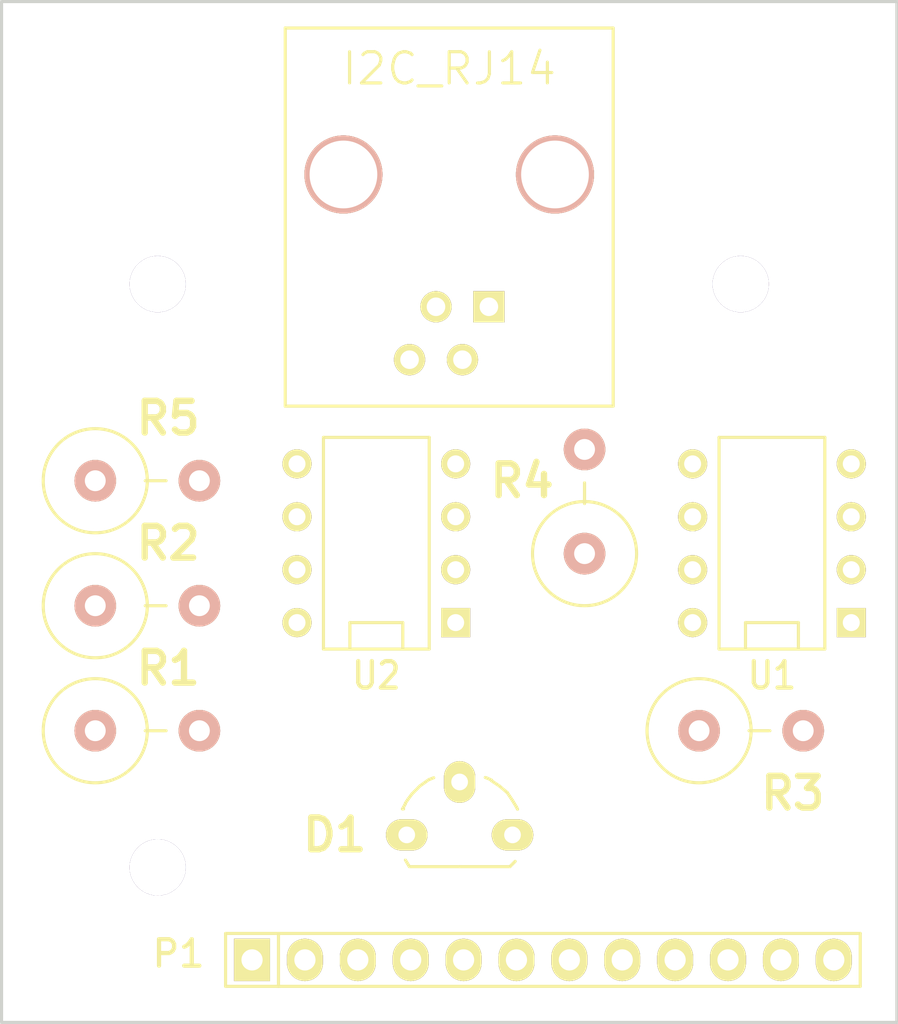
<source format=kicad_pcb>
(kicad_pcb (version 4) (host pcbnew "(2014-11-24 BZR 5301)-product")

  (general
    (links 26)
    (no_connects 26)
    (area 31.86523 49.924999 111.33289 131.454001)
    (thickness 1.6)
    (drawings 4)
    (tracks 0)
    (zones 0)
    (modules 13)
    (nets 20)
  )

  (page A4)
  (title_block
    (title "I2C Weight Scale")
    (rev 0.1.0)
    (company "Simon Lundmark")
  )

  (layers
    (0 F.Cu signal)
    (31 B.Cu signal)
    (32 B.Adhes user)
    (33 F.Adhes user)
    (34 B.Paste user)
    (35 F.Paste user)
    (36 B.SilkS user)
    (37 F.SilkS user)
    (38 B.Mask user)
    (39 F.Mask user)
    (40 Dwgs.User user)
    (41 Cmts.User user)
    (42 Eco1.User user)
    (43 Eco2.User user)
    (44 Edge.Cuts user)
    (45 Margin user)
    (46 B.CrtYd user)
    (47 F.CrtYd user)
    (48 B.Fab user)
    (49 F.Fab user)
  )

  (setup
    (last_trace_width 0.254)
    (trace_clearance 0.254)
    (zone_clearance 0.508)
    (zone_45_only no)
    (trace_min 0.254)
    (segment_width 0.2)
    (edge_width 0.15)
    (via_size 0.889)
    (via_drill 0.635)
    (via_min_size 0.889)
    (via_min_drill 0.508)
    (uvia_size 0.508)
    (uvia_drill 0.127)
    (uvias_allowed no)
    (uvia_min_size 0.508)
    (uvia_min_drill 0.127)
    (pcb_text_width 0.3)
    (pcb_text_size 1.5 1.5)
    (mod_edge_width 0.15)
    (mod_text_size 1.5 1.5)
    (mod_text_width 0.15)
    (pad_size 1.5 1.5)
    (pad_drill 0.89)
    (pad_to_mask_clearance 0.2)
    (aux_axis_origin 0 0)
    (visible_elements FFFFFF7F)
    (pcbplotparams
      (layerselection 0x00030_80000001)
      (usegerberextensions false)
      (excludeedgelayer true)
      (linewidth 0.150000)
      (plotframeref false)
      (viasonmask false)
      (mode 1)
      (useauxorigin false)
      (hpglpennumber 1)
      (hpglpenspeed 20)
      (hpglpendiameter 15)
      (hpglpenoverlay 2)
      (psnegative false)
      (psa4output false)
      (plotreference true)
      (plotvalue true)
      (plotinvisibletext false)
      (padsonsilk false)
      (subtractmaskfromsilk false)
      (outputformat 1)
      (mirror false)
      (drillshape 1)
      (scaleselection 1)
      (outputdirectory ""))
  )

  (net 0 "")
  (net 1 "Net-(D1-Pad2)")
  (net 2 "Net-(D1-Pad1)")
  (net 3 GND)
  (net 4 "Net-(J1-Pad4)")
  (net 5 "Net-(J1-Pad3)")
  (net 6 VDD)
  (net 7 "Net-(P1-Pad1)")
  (net 8 "Net-(P1-Pad3)")
  (net 9 "Net-(P1-Pad4)")
  (net 10 "Net-(P1-Pad5)")
  (net 11 "Net-(P1-Pad12)")
  (net 12 "Net-(P1-Pad11)")
  (net 13 "Net-(R1-Pad1)")
  (net 14 "Net-(R3-Pad1)")
  (net 15 "Net-(R3-Pad2)")
  (net 16 "Net-(R4-Pad1)")
  (net 17 "Net-(R5-Pad1)")
  (net 18 "Net-(U2-Pad2)")
  (net 19 "Net-(U2-Pad7)")

  (net_class Default "This is the default net class."
    (clearance 0.254)
    (trace_width 0.254)
    (via_dia 0.889)
    (via_drill 0.635)
    (uvia_dia 0.508)
    (uvia_drill 0.127)
    (add_net GND)
    (add_net "Net-(D1-Pad1)")
    (add_net "Net-(D1-Pad2)")
    (add_net "Net-(J1-Pad3)")
    (add_net "Net-(J1-Pad4)")
    (add_net "Net-(P1-Pad1)")
    (add_net "Net-(P1-Pad11)")
    (add_net "Net-(P1-Pad12)")
    (add_net "Net-(P1-Pad3)")
    (add_net "Net-(P1-Pad4)")
    (add_net "Net-(P1-Pad5)")
    (add_net "Net-(R1-Pad1)")
    (add_net "Net-(R3-Pad1)")
    (add_net "Net-(R3-Pad2)")
    (add_net "Net-(R4-Pad1)")
    (add_net "Net-(R5-Pad1)")
    (add_net "Net-(U2-Pad2)")
    (add_net "Net-(U2-Pad7)")
    (add_net VDD)
  )

  (module Housings_TO-92:TO-92-Free-molded-wide-oval (layer F.Cu) (tedit 548497C0) (tstamp 54848696)
    (at 72 90 90)
    (descr "TO-92 allgemein free molded wide oval drill 0,8mm")
    (tags "TO-92 allgemein free molded wide oval drill 0,8mm")
    (path /547BA8E5)
    (fp_text reference D1 (at 0 -6 180) (layer F.SilkS)
      (effects (font (thickness 0.3048)))
    )
    (fp_text value LM336 (at 2 5 90) (layer F.SilkS) hide
      (effects (font (thickness 0.3048)))
    )
    (fp_line (start -1.524 2.413) (end -1.27 2.667) (layer F.SilkS) (width 0.15))
    (fp_line (start 1.3589 2.7178) (end 1.2319 2.7813) (layer F.SilkS) (width 0.15))
    (fp_line (start 1.4986 -2.6035) (end 1.2446 -2.7432) (layer F.SilkS) (width 0.15))
    (fp_line (start 1.2446 -2.7432) (end 1.2446 -2.6924) (layer F.SilkS) (width 0.15))
    (fp_line (start 2.6289 1.5367) (end 2.7305 1.3081) (layer F.SilkS) (width 0.15))
    (fp_line (start 2.7305 1.3081) (end 2.7559 1.2319) (layer F.SilkS) (width 0.15))
    (fp_line (start 2.6543 -1.4605) (end 2.7432 -1.2446) (layer F.SilkS) (width 0.15))
    (fp_line (start 2.6035 1.524) (end 2.3495 1.905) (layer F.SilkS) (width 0.15))
    (fp_line (start 2.3495 1.905) (end 2.032 2.286) (layer F.SilkS) (width 0.15))
    (fp_line (start 2.032 2.286) (end 1.651 2.54) (layer F.SilkS) (width 0.15))
    (fp_line (start 1.651 2.54) (end 1.3335 2.7305) (layer F.SilkS) (width 0.15))
    (fp_line (start -1.524 -2.413) (end -1.2065 -2.6035) (layer F.SilkS) (width 0.15))
    (fp_line (start 1.524 -2.6035) (end 1.7145 -2.4765) (layer F.SilkS) (width 0.15))
    (fp_line (start 1.7145 -2.4765) (end 1.9685 -2.286) (layer F.SilkS) (width 0.15))
    (fp_line (start 1.9685 -2.286) (end 2.3495 -1.905) (layer F.SilkS) (width 0.15))
    (fp_line (start 2.3495 -1.905) (end 2.667 -1.4605) (layer F.SilkS) (width 0.15))
    (fp_line (start -1.524 0) (end -1.524 2.413) (layer F.SilkS) (width 0.15))
    (fp_line (start -1.524 0) (end -1.524 -2.413) (layer F.SilkS) (width 0.15))
    (pad 2 thru_hole oval (at 2.54 0 90) (size 1.99898 1.50114) (drill 0.8001) (layers *.Cu *.Mask F.SilkS)
      (net 1 "Net-(D1-Pad2)"))
    (pad 1 thru_hole oval (at 0 -2.54 90) (size 1.50114 1.99898) (drill 0.8001) (layers *.Cu *.Mask F.SilkS)
      (net 2 "Net-(D1-Pad1)"))
    (pad 3 thru_hole oval (at 0 2.54 90) (size 1.50114 1.99898) (drill 0.8001) (layers *.Cu *.Mask F.SilkS)
      (net 3 GND))
  )

  (module Pin_Headers:Pin_Header_Straight_1x12 (layer F.Cu) (tedit 548497CA) (tstamp 548486B4)
    (at 76 96)
    (descr "Through hole pin header")
    (tags "pin header")
    (path /547B5E77)
    (fp_text reference P1 (at -17.5 -0.3) (layer F.SilkS)
      (effects (font (size 1.27 1.27) (thickness 0.2032)))
    )
    (fp_text value 4_STRAIN_GAUGES (at 0 0) (layer F.SilkS) hide
      (effects (font (size 1.27 1.27) (thickness 0.2032)))
    )
    (fp_line (start -12.7 -1.27) (end 15.24 -1.27) (layer F.SilkS) (width 0.15))
    (fp_line (start 15.24 -1.27) (end 15.24 1.27) (layer F.SilkS) (width 0.15))
    (fp_line (start 15.24 1.27) (end -12.7 1.27) (layer F.SilkS) (width 0.15))
    (fp_line (start -15.24 -1.27) (end -12.7 -1.27) (layer F.SilkS) (width 0.15))
    (fp_line (start -12.7 -1.27) (end -12.7 1.27) (layer F.SilkS) (width 0.15))
    (fp_line (start -15.24 -1.27) (end -15.24 1.27) (layer F.SilkS) (width 0.15))
    (fp_line (start -15.24 1.27) (end -12.7 1.27) (layer F.SilkS) (width 0.15))
    (pad 1 thru_hole rect (at -13.97 0) (size 1.7272 2.032) (drill 1.016) (layers *.Cu *.Mask F.SilkS)
      (net 7 "Net-(P1-Pad1)"))
    (pad 2 thru_hole oval (at -11.43 0) (size 1.7272 2.032) (drill 1.016) (layers *.Cu *.Mask F.SilkS)
      (net 1 "Net-(D1-Pad2)"))
    (pad 3 thru_hole oval (at -8.89 0) (size 1.7272 2.032) (drill 1.016) (layers *.Cu *.Mask F.SilkS)
      (net 8 "Net-(P1-Pad3)"))
    (pad 4 thru_hole oval (at -6.35 0) (size 1.7272 2.032) (drill 1.016) (layers *.Cu *.Mask F.SilkS)
      (net 9 "Net-(P1-Pad4)"))
    (pad 5 thru_hole oval (at -3.81 0) (size 1.7272 2.032) (drill 1.016) (layers *.Cu *.Mask F.SilkS)
      (net 10 "Net-(P1-Pad5)"))
    (pad 6 thru_hole oval (at -1.27 0) (size 1.7272 2.032) (drill 1.016) (layers *.Cu *.Mask F.SilkS)
      (net 8 "Net-(P1-Pad3)"))
    (pad 7 thru_hole oval (at 1.27 0) (size 1.7272 2.032) (drill 1.016) (layers *.Cu *.Mask F.SilkS)
      (net 9 "Net-(P1-Pad4)"))
    (pad 8 thru_hole oval (at 3.81 0) (size 1.7272 2.032) (drill 1.016) (layers *.Cu *.Mask F.SilkS)
      (net 3 GND))
    (pad 9 thru_hole oval (at 6.35 0) (size 1.7272 2.032) (drill 1.016) (layers *.Cu *.Mask F.SilkS)
      (net 11 "Net-(P1-Pad12)"))
    (pad 10 thru_hole oval (at 8.89 0) (size 1.7272 2.032) (drill 1.016) (layers *.Cu *.Mask F.SilkS)
      (net 7 "Net-(P1-Pad1)"))
    (pad 11 thru_hole oval (at 11.43 0) (size 1.7272 2.032) (drill 1.016) (layers *.Cu *.Mask F.SilkS)
      (net 12 "Net-(P1-Pad11)"))
    (pad 12 thru_hole oval (at 13.97 0) (size 1.7272 2.032) (drill 1.016) (layers *.Cu *.Mask F.SilkS)
      (net 11 "Net-(P1-Pad12)"))
    (model Pin_Headers/Pin_Header_Straight_1x12.wrl
      (at (xyz 0 0 0))
      (scale (xyz 1 1 1))
      (rotate (xyz 0 0 0))
    )
  )

  (module Resistors_ThroughHole:Resistor_Vertical_RM5mm (layer F.Cu) (tedit 5484979B) (tstamp 548486BA)
    (at 57 85)
    (descr "Resistor, Vertical, RM 5mm, 1/3W,")
    (tags "Resistor, Vertical, RM 5mm, 1/3W,")
    (path /547BAA9F)
    (fp_text reference R1 (at 1 -3) (layer F.SilkS)
      (effects (font (thickness 0.3048)))
    )
    (fp_text value 1K5 (at 0 4.50088) (layer F.SilkS) hide
      (effects (font (size 1.50114 1.50114) (thickness 0.20066)))
    )
    (fp_line (start -0.09906 0) (end 0.9017 0) (layer F.SilkS) (width 0.15))
    (fp_circle (center -2.49936 0) (end 0 0) (layer F.SilkS) (width 0.15))
    (pad 1 thru_hole circle (at -2.49936 0) (size 1.99898 1.99898) (drill 1.00076) (layers *.Cu *.SilkS *.Mask)
      (net 13 "Net-(R1-Pad1)"))
    (pad 2 thru_hole circle (at 2.5019 0) (size 1.99898 1.99898) (drill 1.00076) (layers *.Cu *.SilkS *.Mask)
      (net 1 "Net-(D1-Pad2)"))
  )

  (module Resistors_ThroughHole:Resistor_Vertical_RM5mm (layer F.Cu) (tedit 54849798) (tstamp 548486C0)
    (at 57 79)
    (descr "Resistor, Vertical, RM 5mm, 1/3W,")
    (tags "Resistor, Vertical, RM 5mm, 1/3W,")
    (path /547BAA17)
    (fp_text reference R2 (at 1 -3) (layer F.SilkS)
      (effects (font (thickness 0.3048)))
    )
    (fp_text value 1K (at 0 4.50088) (layer F.SilkS) hide
      (effects (font (size 1.50114 1.50114) (thickness 0.20066)))
    )
    (fp_line (start -0.09906 0) (end 0.9017 0) (layer F.SilkS) (width 0.15))
    (fp_circle (center -2.49936 0) (end 0 0) (layer F.SilkS) (width 0.15))
    (pad 1 thru_hole circle (at -2.49936 0) (size 1.99898 1.99898) (drill 1.00076) (layers *.Cu *.SilkS *.Mask)
      (net 6 VDD))
    (pad 2 thru_hole circle (at 2.5019 0) (size 1.99898 1.99898) (drill 1.00076) (layers *.Cu *.SilkS *.Mask)
      (net 13 "Net-(R1-Pad1)"))
  )

  (module Resistors_ThroughHole:Resistor_Vertical_RM5mm (layer F.Cu) (tedit 548498B6) (tstamp 548486C6)
    (at 86 85)
    (descr "Resistor, Vertical, RM 5mm, 1/3W,")
    (tags "Resistor, Vertical, RM 5mm, 1/3W,")
    (path /5480CF0C)
    (fp_text reference R3 (at 2 3) (layer F.SilkS)
      (effects (font (thickness 0.3048)))
    )
    (fp_text value 82 (at 0 4.50088) (layer F.SilkS) hide
      (effects (font (size 1.50114 1.50114) (thickness 0.20066)))
    )
    (fp_line (start -0.09906 0) (end 0.9017 0) (layer F.SilkS) (width 0.15))
    (fp_circle (center -2.49936 0) (end 0 0) (layer F.SilkS) (width 0.15))
    (pad 1 thru_hole circle (at -2.49936 0) (size 1.99898 1.99898) (drill 1.00076) (layers *.Cu *.SilkS *.Mask)
      (net 14 "Net-(R3-Pad1)"))
    (pad 2 thru_hole circle (at 2.5019 0) (size 1.99898 1.99898) (drill 1.00076) (layers *.Cu *.SilkS *.Mask)
      (net 15 "Net-(R3-Pad2)"))
  )

  (module Resistors_ThroughHole:Resistor_Vertical_RM5mm (layer F.Cu) (tedit 548497A6) (tstamp 548486CC)
    (at 78 74 90)
    (descr "Resistor, Vertical, RM 5mm, 1/3W,")
    (tags "Resistor, Vertical, RM 5mm, 1/3W,")
    (path /5480CFE5)
    (fp_text reference R4 (at 1 -3 180) (layer F.SilkS)
      (effects (font (thickness 0.3048)))
    )
    (fp_text value 1K (at 0 4.50088 90) (layer F.SilkS) hide
      (effects (font (size 1.50114 1.50114) (thickness 0.20066)))
    )
    (fp_line (start -0.09906 0) (end 0.9017 0) (layer F.SilkS) (width 0.15))
    (fp_circle (center -2.49936 0) (end 0 0) (layer F.SilkS) (width 0.15))
    (pad 1 thru_hole circle (at -2.49936 0 90) (size 1.99898 1.99898) (drill 1.00076) (layers *.Cu *.SilkS *.Mask)
      (net 16 "Net-(R4-Pad1)"))
    (pad 2 thru_hole circle (at 2.5019 0 90) (size 1.99898 1.99898) (drill 1.00076) (layers *.Cu *.SilkS *.Mask)
      (net 3 GND))
  )

  (module Resistors_ThroughHole:Resistor_Vertical_RM5mm (layer F.Cu) (tedit 54849795) (tstamp 548486D2)
    (at 57 73)
    (descr "Resistor, Vertical, RM 5mm, 1/3W,")
    (tags "Resistor, Vertical, RM 5mm, 1/3W,")
    (path /5480FBAB)
    (fp_text reference R5 (at 1 -3) (layer F.SilkS)
      (effects (font (thickness 0.3048)))
    )
    (fp_text value 10K (at 0 4.50088) (layer F.SilkS) hide
      (effects (font (size 1.50114 1.50114) (thickness 0.20066)))
    )
    (fp_line (start -0.09906 0) (end 0.9017 0) (layer F.SilkS) (width 0.15))
    (fp_circle (center -2.49936 0) (end 0 0) (layer F.SilkS) (width 0.15))
    (pad 1 thru_hole circle (at -2.49936 0) (size 1.99898 1.99898) (drill 1.00076) (layers *.Cu *.SilkS *.Mask)
      (net 17 "Net-(R5-Pad1)"))
    (pad 2 thru_hole circle (at 2.5019 0) (size 1.99898 1.99898) (drill 1.00076) (layers *.Cu *.SilkS *.Mask)
      (net 6 VDD))
  )

  (module Sockets_DIP:DIP-8__300 (layer F.Cu) (tedit 54849762) (tstamp 548486DE)
    (at 87 76 90)
    (descr "8 pins DIL package, round pads")
    (tags DIL)
    (path /5480C719)
    (fp_text reference U1 (at -6.35 0 180) (layer F.SilkS)
      (effects (font (size 1.27 1.143) (thickness 0.2032)))
    )
    (fp_text value INA126 (at 0 0 90) (layer F.SilkS) hide
      (effects (font (size 1.27 1.016) (thickness 0.2032)))
    )
    (fp_line (start -5.08 -1.27) (end -3.81 -1.27) (layer F.SilkS) (width 0.15))
    (fp_line (start -3.81 -1.27) (end -3.81 1.27) (layer F.SilkS) (width 0.15))
    (fp_line (start -3.81 1.27) (end -5.08 1.27) (layer F.SilkS) (width 0.15))
    (fp_line (start -5.08 -2.54) (end 5.08 -2.54) (layer F.SilkS) (width 0.15))
    (fp_line (start 5.08 -2.54) (end 5.08 2.54) (layer F.SilkS) (width 0.15))
    (fp_line (start 5.08 2.54) (end -5.08 2.54) (layer F.SilkS) (width 0.15))
    (fp_line (start -5.08 2.54) (end -5.08 -2.54) (layer F.SilkS) (width 0.15))
    (pad 1 thru_hole rect (at -3.81 3.81 90) (size 1.397 1.397) (drill 0.8128) (layers *.Cu *.Mask F.SilkS)
      (net 15 "Net-(R3-Pad2)"))
    (pad 2 thru_hole circle (at -1.27 3.81 90) (size 1.397 1.397) (drill 0.8128) (layers *.Cu *.Mask F.SilkS)
      (net 10 "Net-(P1-Pad5)"))
    (pad 3 thru_hole circle (at 1.27 3.81 90) (size 1.397 1.397) (drill 0.8128) (layers *.Cu *.Mask F.SilkS)
      (net 12 "Net-(P1-Pad11)"))
    (pad 4 thru_hole circle (at 3.81 3.81 90) (size 1.397 1.397) (drill 0.8128) (layers *.Cu *.Mask F.SilkS)
      (net 3 GND))
    (pad 5 thru_hole circle (at 3.81 -3.81 90) (size 1.397 1.397) (drill 0.8128) (layers *.Cu *.Mask F.SilkS)
      (net 3 GND))
    (pad 6 thru_hole circle (at 1.27 -3.81 90) (size 1.397 1.397) (drill 0.8128) (layers *.Cu *.Mask F.SilkS)
      (net 16 "Net-(R4-Pad1)"))
    (pad 7 thru_hole circle (at -1.27 -3.81 90) (size 1.397 1.397) (drill 0.8128) (layers *.Cu *.Mask F.SilkS)
      (net 6 VDD))
    (pad 8 thru_hole circle (at -3.81 -3.81 90) (size 1.397 1.397) (drill 0.8128) (layers *.Cu *.Mask F.SilkS)
      (net 14 "Net-(R3-Pad1)"))
    (model dil/dil_8.wrl
      (at (xyz 0 0 0))
      (scale (xyz 1 1 1))
      (rotate (xyz 0 0 0))
    )
  )

  (module Sockets_DIP:DIP-8__300 (layer F.Cu) (tedit 5484975C) (tstamp 548486EA)
    (at 68 76 90)
    (descr "8 pins DIL package, round pads")
    (tags DIL)
    (path /5480DD29)
    (fp_text reference U2 (at -6.35 0 180) (layer F.SilkS)
      (effects (font (size 1.27 1.143) (thickness 0.2032)))
    )
    (fp_text value PIC12F1822 (at 0 0 90) (layer F.SilkS) hide
      (effects (font (size 1.27 1.016) (thickness 0.2032)))
    )
    (fp_line (start -5.08 -1.27) (end -3.81 -1.27) (layer F.SilkS) (width 0.15))
    (fp_line (start -3.81 -1.27) (end -3.81 1.27) (layer F.SilkS) (width 0.15))
    (fp_line (start -3.81 1.27) (end -5.08 1.27) (layer F.SilkS) (width 0.15))
    (fp_line (start -5.08 -2.54) (end 5.08 -2.54) (layer F.SilkS) (width 0.15))
    (fp_line (start 5.08 -2.54) (end 5.08 2.54) (layer F.SilkS) (width 0.15))
    (fp_line (start 5.08 2.54) (end -5.08 2.54) (layer F.SilkS) (width 0.15))
    (fp_line (start -5.08 2.54) (end -5.08 -2.54) (layer F.SilkS) (width 0.15))
    (pad 1 thru_hole rect (at -3.81 3.81 90) (size 1.397 1.397) (drill 0.8128) (layers *.Cu *.Mask F.SilkS)
      (net 6 VDD))
    (pad 2 thru_hole circle (at -1.27 3.81 90) (size 1.397 1.397) (drill 0.8128) (layers *.Cu *.Mask F.SilkS)
      (net 18 "Net-(U2-Pad2)"))
    (pad 3 thru_hole circle (at 1.27 3.81 90) (size 1.397 1.397) (drill 0.8128) (layers *.Cu *.Mask F.SilkS)
      (net 16 "Net-(R4-Pad1)"))
    (pad 4 thru_hole circle (at 3.81 3.81 90) (size 1.397 1.397) (drill 0.8128) (layers *.Cu *.Mask F.SilkS)
      (net 17 "Net-(R5-Pad1)"))
    (pad 5 thru_hole circle (at 3.81 -3.81 90) (size 1.397 1.397) (drill 0.8128) (layers *.Cu *.Mask F.SilkS)
      (net 5 "Net-(J1-Pad3)"))
    (pad 6 thru_hole circle (at 1.27 -3.81 90) (size 1.397 1.397) (drill 0.8128) (layers *.Cu *.Mask F.SilkS)
      (net 4 "Net-(J1-Pad4)"))
    (pad 7 thru_hole circle (at -1.27 -3.81 90) (size 1.397 1.397) (drill 0.8128) (layers *.Cu *.Mask F.SilkS)
      (net 19 "Net-(U2-Pad7)"))
    (pad 8 thru_hole circle (at -3.81 -3.81 90) (size 1.397 1.397) (drill 0.8128) (layers *.Cu *.Mask F.SilkS)
      (net 3 GND))
    (model dil/dil_8.wrl
      (at (xyz 0 0 0))
      (scale (xyz 1 1 1))
      (rotate (xyz 0 0 0))
    )
  )

  (module Mounting_Holes:MountingHole_2-7mm (layer F.Cu) (tedit 548492A6) (tstamp 54849295)
    (at 57.5 63.56)
    (descr "Mounting hole, Befestigungsbohrung, 2,7mm, No Annular, Kein Restring,")
    (tags "Mounting hole, Befestigungsbohrung, 2,7mm, No Annular, Kein Restring,")
    (fp_text reference MH (at 0 -4.0005) (layer F.SilkS) hide
      (effects (font (thickness 0.3048)))
    )
    (fp_text value MountingHole_2-7mm_RevA_Date21Jun2010 (at 0.09906 3.59918) (layer F.SilkS) hide
      (effects (font (thickness 0.3048)))
    )
    (fp_circle (center 0 0) (end 2.70002 0) (layer Cmts.User) (width 0.381))
    (pad 1 thru_hole circle (at 0 0) (size 2.70002 2.70002) (drill 2.70002) (layers))
  )

  (module Mounting_Holes:MountingHole_2-7mm (layer F.Cu) (tedit 5484932B) (tstamp 54849309)
    (at 57.5 91.56)
    (descr "Mounting hole, Befestigungsbohrung, 2,7mm, No Annular, Kein Restring,")
    (tags "Mounting hole, Befestigungsbohrung, 2,7mm, No Annular, Kein Restring,")
    (fp_text reference MH (at 0 -4.0005) (layer F.SilkS) hide
      (effects (font (thickness 0.3048)))
    )
    (fp_text value MountingHole_2-7mm_RevA_Date21Jun2010 (at 0.09906 3.59918) (layer F.SilkS) hide
      (effects (font (thickness 0.3048)))
    )
    (fp_circle (center 0 0) (end 2.70002 0) (layer Cmts.User) (width 0.381))
    (pad 1 thru_hole circle (at 0 0) (size 2.70002 2.70002) (drill 2.70002) (layers))
  )

  (module Mounting_Holes:MountingHole_2-7mm (layer F.Cu) (tedit 54849325) (tstamp 54849319)
    (at 85.5 63.56)
    (descr "Mounting hole, Befestigungsbohrung, 2,7mm, No Annular, Kein Restring,")
    (tags "Mounting hole, Befestigungsbohrung, 2,7mm, No Annular, Kein Restring,")
    (fp_text reference MH (at 0 -4.0005) (layer F.SilkS) hide
      (effects (font (thickness 0.3048)))
    )
    (fp_text value MountingHole_2-7mm_RevA_Date21Jun2010 (at 0.09906 3.59918) (layer F.SilkS) hide
      (effects (font (thickness 0.3048)))
    )
    (fp_circle (center 0 0) (end 2.70002 0) (layer Cmts.User) (width 0.381))
    (pad 1 thru_hole circle (at 0 0) (size 2.70002 2.70002) (drill 2.70002) (layers))
  )

  (module simlun:RJ14_6P4C_right_angle_Molex_95009-7641 locked (layer F.Cu) (tedit 54848A90) (tstamp 5485FF2E)
    (at 63.625 51.27)
    (path /5483054C)
    (fp_text reference J1 (at 7.875 21) (layer F.SilkS) hide
      (effects (font (size 1.5 1.5) (thickness 0.15)))
    )
    (fp_text value I2C_RJ14 (at 7.875 1.95) (layer F.SilkS)
      (effects (font (size 1.5 1.5) (thickness 0.15)))
    )
    (fp_line (start 0 18.15) (end 15.75 18.15) (layer F.SilkS) (width 0.15))
    (fp_line (start 0 0) (end 15.75 0) (layer F.SilkS) (width 0.15))
    (fp_line (start 15.75 0) (end 15.75 18.15) (layer F.SilkS) (width 0.15))
    (fp_line (start 0 0) (end 0 18.15) (layer F.SilkS) (width 0.15))
    (pad "" np_thru_hole circle (at 2.795 7.03) (size 3.75 3.75) (drill 3.25) (layers *.Cu *.SilkS *.Mask))
    (pad "" np_thru_hole circle (at 12.955 7.03) (size 3.75 3.75) (drill 3.25) (layers *.Cu *.SilkS *.Mask))
    (pad 4 thru_hole circle (at 5.97 15.92) (size 1.5 1.5) (drill 0.89) (layers *.Cu *.Mask F.SilkS)
      (net 4 "Net-(J1-Pad4)"))
    (pad 3 thru_hole circle (at 7.24 13.38) (size 1.5 1.5) (drill 0.89) (layers *.Cu *.Mask F.SilkS)
      (net 5 "Net-(J1-Pad3)"))
    (pad 2 thru_hole circle (at 8.51 15.92) (size 1.5 1.5) (drill 0.89) (layers *.Cu *.Mask F.SilkS)
      (net 3 GND))
    (pad 1 thru_hole rect (at 9.78 13.38) (size 1.5 1.5) (drill 0.89) (layers *.Cu *.Mask F.SilkS)
      (net 6 VDD))
  )

  (gr_line (start 50 99) (end 50 50) (angle 90) (layer Edge.Cuts) (width 0.15))
  (gr_line (start 93 99) (end 50 99) (angle 90) (layer Edge.Cuts) (width 0.15))
  (gr_line (start 93 50) (end 93 99) (angle 90) (layer Edge.Cuts) (width 0.15))
  (gr_line (start 50 50) (end 93 50) (angle 90) (layer Edge.Cuts) (width 0.15))

)

</source>
